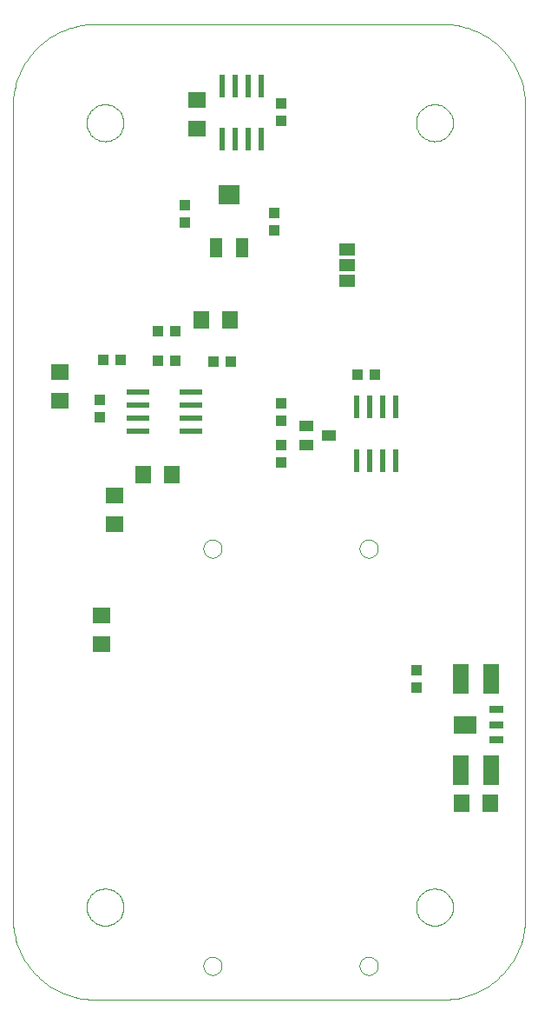
<source format=gtp>
G75*
%MOIN*%
%OFA0B0*%
%FSLAX24Y24*%
%IPPOS*%
%LPD*%
%AMOC8*
5,1,8,0,0,1.08239X$1,22.5*
%
%ADD10C,0.0000*%
%ADD11R,0.0870X0.0240*%
%ADD12R,0.0394X0.0433*%
%ADD13R,0.0433X0.0394*%
%ADD14R,0.0551X0.0394*%
%ADD15R,0.0240X0.0870*%
%ADD16R,0.0551X0.0315*%
%ADD17R,0.0866X0.0709*%
%ADD18R,0.0630X0.0709*%
%ADD19R,0.0591X0.1142*%
%ADD20R,0.0709X0.0630*%
%ADD21R,0.0236X0.0866*%
%ADD22R,0.0512X0.0748*%
%ADD23R,0.0787X0.0748*%
%ADD24R,0.0630X0.0460*%
D10*
X001927Y006076D02*
X001927Y037179D01*
X001926Y037179D02*
X001928Y037289D01*
X001934Y037399D01*
X001943Y037508D01*
X001957Y037617D01*
X001974Y037726D01*
X001995Y037834D01*
X002020Y037941D01*
X002048Y038047D01*
X002080Y038152D01*
X002116Y038256D01*
X002155Y038359D01*
X002198Y038460D01*
X002245Y038560D01*
X002295Y038658D01*
X002348Y038754D01*
X002405Y038848D01*
X002465Y038940D01*
X002528Y039031D01*
X002594Y039118D01*
X002663Y039204D01*
X002735Y039287D01*
X002810Y039367D01*
X002888Y039445D01*
X002968Y039520D01*
X003051Y039592D01*
X003137Y039661D01*
X003224Y039727D01*
X003315Y039790D01*
X003407Y039850D01*
X003501Y039907D01*
X003597Y039960D01*
X003695Y040010D01*
X003795Y040057D01*
X003896Y040100D01*
X003999Y040139D01*
X004103Y040175D01*
X004208Y040207D01*
X004314Y040235D01*
X004421Y040260D01*
X004529Y040281D01*
X004638Y040298D01*
X004747Y040312D01*
X004856Y040321D01*
X004966Y040327D01*
X005076Y040329D01*
X005076Y040328D02*
X018462Y040328D01*
X018462Y040329D02*
X018572Y040327D01*
X018682Y040321D01*
X018791Y040312D01*
X018900Y040298D01*
X019009Y040281D01*
X019117Y040260D01*
X019224Y040235D01*
X019330Y040207D01*
X019435Y040175D01*
X019539Y040139D01*
X019642Y040100D01*
X019743Y040057D01*
X019843Y040010D01*
X019941Y039960D01*
X020037Y039907D01*
X020131Y039850D01*
X020223Y039790D01*
X020314Y039727D01*
X020401Y039661D01*
X020487Y039592D01*
X020570Y039520D01*
X020650Y039445D01*
X020728Y039367D01*
X020803Y039287D01*
X020875Y039204D01*
X020944Y039118D01*
X021010Y039031D01*
X021073Y038940D01*
X021133Y038848D01*
X021190Y038754D01*
X021243Y038658D01*
X021293Y038560D01*
X021340Y038460D01*
X021383Y038359D01*
X021422Y038256D01*
X021458Y038152D01*
X021490Y038047D01*
X021518Y037941D01*
X021543Y037834D01*
X021564Y037726D01*
X021581Y037617D01*
X021595Y037508D01*
X021604Y037399D01*
X021610Y037289D01*
X021612Y037179D01*
X021612Y006076D01*
X021610Y005966D01*
X021604Y005856D01*
X021595Y005747D01*
X021581Y005638D01*
X021564Y005529D01*
X021543Y005421D01*
X021518Y005314D01*
X021490Y005208D01*
X021458Y005103D01*
X021422Y004999D01*
X021383Y004896D01*
X021340Y004795D01*
X021293Y004695D01*
X021243Y004597D01*
X021190Y004501D01*
X021133Y004407D01*
X021073Y004315D01*
X021010Y004224D01*
X020944Y004137D01*
X020875Y004051D01*
X020803Y003968D01*
X020728Y003888D01*
X020650Y003810D01*
X020570Y003735D01*
X020487Y003663D01*
X020401Y003594D01*
X020314Y003528D01*
X020223Y003465D01*
X020131Y003405D01*
X020037Y003348D01*
X019941Y003295D01*
X019843Y003245D01*
X019743Y003198D01*
X019642Y003155D01*
X019539Y003116D01*
X019435Y003080D01*
X019330Y003048D01*
X019224Y003020D01*
X019117Y002995D01*
X019009Y002974D01*
X018900Y002957D01*
X018791Y002943D01*
X018682Y002934D01*
X018572Y002928D01*
X018462Y002926D01*
X018462Y002927D02*
X005076Y002927D01*
X005076Y002926D02*
X004966Y002928D01*
X004856Y002934D01*
X004747Y002943D01*
X004638Y002957D01*
X004529Y002974D01*
X004421Y002995D01*
X004314Y003020D01*
X004208Y003048D01*
X004103Y003080D01*
X003999Y003116D01*
X003896Y003155D01*
X003795Y003198D01*
X003695Y003245D01*
X003597Y003295D01*
X003501Y003348D01*
X003407Y003405D01*
X003315Y003465D01*
X003224Y003528D01*
X003137Y003594D01*
X003051Y003663D01*
X002968Y003735D01*
X002888Y003810D01*
X002810Y003888D01*
X002735Y003968D01*
X002663Y004051D01*
X002594Y004137D01*
X002528Y004224D01*
X002465Y004315D01*
X002405Y004407D01*
X002348Y004501D01*
X002295Y004597D01*
X002245Y004695D01*
X002198Y004795D01*
X002155Y004896D01*
X002116Y004999D01*
X002080Y005103D01*
X002048Y005208D01*
X002020Y005314D01*
X001995Y005421D01*
X001974Y005529D01*
X001957Y005638D01*
X001943Y005747D01*
X001934Y005856D01*
X001928Y005966D01*
X001926Y006076D01*
X004761Y006470D02*
X004763Y006523D01*
X004769Y006576D01*
X004779Y006628D01*
X004792Y006679D01*
X004810Y006729D01*
X004831Y006778D01*
X004856Y006825D01*
X004884Y006869D01*
X004916Y006912D01*
X004950Y006952D01*
X004988Y006990D01*
X005028Y007024D01*
X005071Y007056D01*
X005116Y007084D01*
X005162Y007109D01*
X005211Y007130D01*
X005261Y007148D01*
X005312Y007161D01*
X005364Y007171D01*
X005417Y007177D01*
X005470Y007179D01*
X005523Y007177D01*
X005576Y007171D01*
X005628Y007161D01*
X005679Y007148D01*
X005729Y007130D01*
X005778Y007109D01*
X005825Y007084D01*
X005869Y007056D01*
X005912Y007024D01*
X005952Y006990D01*
X005990Y006952D01*
X006024Y006912D01*
X006056Y006869D01*
X006084Y006824D01*
X006109Y006778D01*
X006130Y006729D01*
X006148Y006679D01*
X006161Y006628D01*
X006171Y006576D01*
X006177Y006523D01*
X006179Y006470D01*
X006177Y006417D01*
X006171Y006364D01*
X006161Y006312D01*
X006148Y006261D01*
X006130Y006211D01*
X006109Y006162D01*
X006084Y006115D01*
X006056Y006071D01*
X006024Y006028D01*
X005990Y005988D01*
X005952Y005950D01*
X005912Y005916D01*
X005869Y005884D01*
X005824Y005856D01*
X005778Y005831D01*
X005729Y005810D01*
X005679Y005792D01*
X005628Y005779D01*
X005576Y005769D01*
X005523Y005763D01*
X005470Y005761D01*
X005417Y005763D01*
X005364Y005769D01*
X005312Y005779D01*
X005261Y005792D01*
X005211Y005810D01*
X005162Y005831D01*
X005115Y005856D01*
X005071Y005884D01*
X005028Y005916D01*
X004988Y005950D01*
X004950Y005988D01*
X004916Y006028D01*
X004884Y006071D01*
X004856Y006116D01*
X004831Y006162D01*
X004810Y006211D01*
X004792Y006261D01*
X004779Y006312D01*
X004769Y006364D01*
X004763Y006417D01*
X004761Y006470D01*
X009245Y004220D02*
X009247Y004257D01*
X009253Y004294D01*
X009263Y004330D01*
X009276Y004365D01*
X009293Y004398D01*
X009314Y004429D01*
X009338Y004457D01*
X009365Y004483D01*
X009394Y004506D01*
X009425Y004526D01*
X009459Y004542D01*
X009494Y004555D01*
X009530Y004564D01*
X009567Y004569D01*
X009604Y004570D01*
X009641Y004567D01*
X009678Y004560D01*
X009714Y004549D01*
X009748Y004535D01*
X009781Y004517D01*
X009811Y004495D01*
X009839Y004471D01*
X009864Y004443D01*
X009887Y004413D01*
X009906Y004381D01*
X009921Y004347D01*
X009933Y004312D01*
X009941Y004276D01*
X009945Y004239D01*
X009945Y004201D01*
X009941Y004164D01*
X009933Y004128D01*
X009921Y004093D01*
X009906Y004059D01*
X009887Y004027D01*
X009864Y003997D01*
X009839Y003969D01*
X009811Y003945D01*
X009781Y003923D01*
X009748Y003905D01*
X009714Y003891D01*
X009678Y003880D01*
X009641Y003873D01*
X009604Y003870D01*
X009567Y003871D01*
X009530Y003876D01*
X009494Y003885D01*
X009459Y003898D01*
X009425Y003914D01*
X009394Y003934D01*
X009365Y003957D01*
X009338Y003983D01*
X009314Y004011D01*
X009293Y004042D01*
X009276Y004075D01*
X009263Y004110D01*
X009253Y004146D01*
X009247Y004183D01*
X009245Y004220D01*
X015245Y004220D02*
X015247Y004257D01*
X015253Y004294D01*
X015263Y004330D01*
X015276Y004365D01*
X015293Y004398D01*
X015314Y004429D01*
X015338Y004457D01*
X015365Y004483D01*
X015394Y004506D01*
X015425Y004526D01*
X015459Y004542D01*
X015494Y004555D01*
X015530Y004564D01*
X015567Y004569D01*
X015604Y004570D01*
X015641Y004567D01*
X015678Y004560D01*
X015714Y004549D01*
X015748Y004535D01*
X015781Y004517D01*
X015811Y004495D01*
X015839Y004471D01*
X015864Y004443D01*
X015887Y004413D01*
X015906Y004381D01*
X015921Y004347D01*
X015933Y004312D01*
X015941Y004276D01*
X015945Y004239D01*
X015945Y004201D01*
X015941Y004164D01*
X015933Y004128D01*
X015921Y004093D01*
X015906Y004059D01*
X015887Y004027D01*
X015864Y003997D01*
X015839Y003969D01*
X015811Y003945D01*
X015781Y003923D01*
X015748Y003905D01*
X015714Y003891D01*
X015678Y003880D01*
X015641Y003873D01*
X015604Y003870D01*
X015567Y003871D01*
X015530Y003876D01*
X015494Y003885D01*
X015459Y003898D01*
X015425Y003914D01*
X015394Y003934D01*
X015365Y003957D01*
X015338Y003983D01*
X015314Y004011D01*
X015293Y004042D01*
X015276Y004075D01*
X015263Y004110D01*
X015253Y004146D01*
X015247Y004183D01*
X015245Y004220D01*
X017418Y006470D02*
X017420Y006523D01*
X017426Y006576D01*
X017436Y006628D01*
X017449Y006679D01*
X017467Y006729D01*
X017488Y006778D01*
X017513Y006825D01*
X017541Y006869D01*
X017573Y006912D01*
X017607Y006952D01*
X017645Y006990D01*
X017685Y007024D01*
X017728Y007056D01*
X017773Y007084D01*
X017819Y007109D01*
X017868Y007130D01*
X017918Y007148D01*
X017969Y007161D01*
X018021Y007171D01*
X018074Y007177D01*
X018127Y007179D01*
X018180Y007177D01*
X018233Y007171D01*
X018285Y007161D01*
X018336Y007148D01*
X018386Y007130D01*
X018435Y007109D01*
X018482Y007084D01*
X018526Y007056D01*
X018569Y007024D01*
X018609Y006990D01*
X018647Y006952D01*
X018681Y006912D01*
X018713Y006869D01*
X018741Y006824D01*
X018766Y006778D01*
X018787Y006729D01*
X018805Y006679D01*
X018818Y006628D01*
X018828Y006576D01*
X018834Y006523D01*
X018836Y006470D01*
X018834Y006417D01*
X018828Y006364D01*
X018818Y006312D01*
X018805Y006261D01*
X018787Y006211D01*
X018766Y006162D01*
X018741Y006115D01*
X018713Y006071D01*
X018681Y006028D01*
X018647Y005988D01*
X018609Y005950D01*
X018569Y005916D01*
X018526Y005884D01*
X018481Y005856D01*
X018435Y005831D01*
X018386Y005810D01*
X018336Y005792D01*
X018285Y005779D01*
X018233Y005769D01*
X018180Y005763D01*
X018127Y005761D01*
X018074Y005763D01*
X018021Y005769D01*
X017969Y005779D01*
X017918Y005792D01*
X017868Y005810D01*
X017819Y005831D01*
X017772Y005856D01*
X017728Y005884D01*
X017685Y005916D01*
X017645Y005950D01*
X017607Y005988D01*
X017573Y006028D01*
X017541Y006071D01*
X017513Y006116D01*
X017488Y006162D01*
X017467Y006211D01*
X017449Y006261D01*
X017436Y006312D01*
X017426Y006364D01*
X017420Y006417D01*
X017418Y006470D01*
X015245Y020220D02*
X015247Y020257D01*
X015253Y020294D01*
X015263Y020330D01*
X015276Y020365D01*
X015293Y020398D01*
X015314Y020429D01*
X015338Y020457D01*
X015365Y020483D01*
X015394Y020506D01*
X015425Y020526D01*
X015459Y020542D01*
X015494Y020555D01*
X015530Y020564D01*
X015567Y020569D01*
X015604Y020570D01*
X015641Y020567D01*
X015678Y020560D01*
X015714Y020549D01*
X015748Y020535D01*
X015781Y020517D01*
X015811Y020495D01*
X015839Y020471D01*
X015864Y020443D01*
X015887Y020413D01*
X015906Y020381D01*
X015921Y020347D01*
X015933Y020312D01*
X015941Y020276D01*
X015945Y020239D01*
X015945Y020201D01*
X015941Y020164D01*
X015933Y020128D01*
X015921Y020093D01*
X015906Y020059D01*
X015887Y020027D01*
X015864Y019997D01*
X015839Y019969D01*
X015811Y019945D01*
X015781Y019923D01*
X015748Y019905D01*
X015714Y019891D01*
X015678Y019880D01*
X015641Y019873D01*
X015604Y019870D01*
X015567Y019871D01*
X015530Y019876D01*
X015494Y019885D01*
X015459Y019898D01*
X015425Y019914D01*
X015394Y019934D01*
X015365Y019957D01*
X015338Y019983D01*
X015314Y020011D01*
X015293Y020042D01*
X015276Y020075D01*
X015263Y020110D01*
X015253Y020146D01*
X015247Y020183D01*
X015245Y020220D01*
X009245Y020220D02*
X009247Y020257D01*
X009253Y020294D01*
X009263Y020330D01*
X009276Y020365D01*
X009293Y020398D01*
X009314Y020429D01*
X009338Y020457D01*
X009365Y020483D01*
X009394Y020506D01*
X009425Y020526D01*
X009459Y020542D01*
X009494Y020555D01*
X009530Y020564D01*
X009567Y020569D01*
X009604Y020570D01*
X009641Y020567D01*
X009678Y020560D01*
X009714Y020549D01*
X009748Y020535D01*
X009781Y020517D01*
X009811Y020495D01*
X009839Y020471D01*
X009864Y020443D01*
X009887Y020413D01*
X009906Y020381D01*
X009921Y020347D01*
X009933Y020312D01*
X009941Y020276D01*
X009945Y020239D01*
X009945Y020201D01*
X009941Y020164D01*
X009933Y020128D01*
X009921Y020093D01*
X009906Y020059D01*
X009887Y020027D01*
X009864Y019997D01*
X009839Y019969D01*
X009811Y019945D01*
X009781Y019923D01*
X009748Y019905D01*
X009714Y019891D01*
X009678Y019880D01*
X009641Y019873D01*
X009604Y019870D01*
X009567Y019871D01*
X009530Y019876D01*
X009494Y019885D01*
X009459Y019898D01*
X009425Y019914D01*
X009394Y019934D01*
X009365Y019957D01*
X009338Y019983D01*
X009314Y020011D01*
X009293Y020042D01*
X009276Y020075D01*
X009263Y020110D01*
X009253Y020146D01*
X009247Y020183D01*
X009245Y020220D01*
X004761Y036549D02*
X004763Y036602D01*
X004769Y036655D01*
X004779Y036707D01*
X004792Y036758D01*
X004810Y036808D01*
X004831Y036857D01*
X004856Y036904D01*
X004884Y036948D01*
X004916Y036991D01*
X004950Y037031D01*
X004988Y037069D01*
X005028Y037103D01*
X005071Y037135D01*
X005116Y037163D01*
X005162Y037188D01*
X005211Y037209D01*
X005261Y037227D01*
X005312Y037240D01*
X005364Y037250D01*
X005417Y037256D01*
X005470Y037258D01*
X005523Y037256D01*
X005576Y037250D01*
X005628Y037240D01*
X005679Y037227D01*
X005729Y037209D01*
X005778Y037188D01*
X005825Y037163D01*
X005869Y037135D01*
X005912Y037103D01*
X005952Y037069D01*
X005990Y037031D01*
X006024Y036991D01*
X006056Y036948D01*
X006084Y036903D01*
X006109Y036857D01*
X006130Y036808D01*
X006148Y036758D01*
X006161Y036707D01*
X006171Y036655D01*
X006177Y036602D01*
X006179Y036549D01*
X006177Y036496D01*
X006171Y036443D01*
X006161Y036391D01*
X006148Y036340D01*
X006130Y036290D01*
X006109Y036241D01*
X006084Y036194D01*
X006056Y036150D01*
X006024Y036107D01*
X005990Y036067D01*
X005952Y036029D01*
X005912Y035995D01*
X005869Y035963D01*
X005824Y035935D01*
X005778Y035910D01*
X005729Y035889D01*
X005679Y035871D01*
X005628Y035858D01*
X005576Y035848D01*
X005523Y035842D01*
X005470Y035840D01*
X005417Y035842D01*
X005364Y035848D01*
X005312Y035858D01*
X005261Y035871D01*
X005211Y035889D01*
X005162Y035910D01*
X005115Y035935D01*
X005071Y035963D01*
X005028Y035995D01*
X004988Y036029D01*
X004950Y036067D01*
X004916Y036107D01*
X004884Y036150D01*
X004856Y036195D01*
X004831Y036241D01*
X004810Y036290D01*
X004792Y036340D01*
X004779Y036391D01*
X004769Y036443D01*
X004763Y036496D01*
X004761Y036549D01*
X017418Y036549D02*
X017420Y036602D01*
X017426Y036655D01*
X017436Y036707D01*
X017449Y036758D01*
X017467Y036808D01*
X017488Y036857D01*
X017513Y036904D01*
X017541Y036948D01*
X017573Y036991D01*
X017607Y037031D01*
X017645Y037069D01*
X017685Y037103D01*
X017728Y037135D01*
X017773Y037163D01*
X017819Y037188D01*
X017868Y037209D01*
X017918Y037227D01*
X017969Y037240D01*
X018021Y037250D01*
X018074Y037256D01*
X018127Y037258D01*
X018180Y037256D01*
X018233Y037250D01*
X018285Y037240D01*
X018336Y037227D01*
X018386Y037209D01*
X018435Y037188D01*
X018482Y037163D01*
X018526Y037135D01*
X018569Y037103D01*
X018609Y037069D01*
X018647Y037031D01*
X018681Y036991D01*
X018713Y036948D01*
X018741Y036903D01*
X018766Y036857D01*
X018787Y036808D01*
X018805Y036758D01*
X018818Y036707D01*
X018828Y036655D01*
X018834Y036602D01*
X018836Y036549D01*
X018834Y036496D01*
X018828Y036443D01*
X018818Y036391D01*
X018805Y036340D01*
X018787Y036290D01*
X018766Y036241D01*
X018741Y036194D01*
X018713Y036150D01*
X018681Y036107D01*
X018647Y036067D01*
X018609Y036029D01*
X018569Y035995D01*
X018526Y035963D01*
X018481Y035935D01*
X018435Y035910D01*
X018386Y035889D01*
X018336Y035871D01*
X018285Y035858D01*
X018233Y035848D01*
X018180Y035842D01*
X018127Y035840D01*
X018074Y035842D01*
X018021Y035848D01*
X017969Y035858D01*
X017918Y035871D01*
X017868Y035889D01*
X017819Y035910D01*
X017772Y035935D01*
X017728Y035963D01*
X017685Y035995D01*
X017645Y036029D01*
X017607Y036067D01*
X017573Y036107D01*
X017541Y036150D01*
X017513Y036195D01*
X017488Y036241D01*
X017467Y036290D01*
X017449Y036340D01*
X017436Y036391D01*
X017426Y036443D01*
X017420Y036496D01*
X017418Y036549D01*
D11*
X008781Y026222D03*
X008781Y025722D03*
X008781Y025222D03*
X008781Y024722D03*
X006721Y024722D03*
X006721Y025222D03*
X006721Y025722D03*
X006721Y026222D03*
D12*
X006055Y027470D03*
X005385Y027470D03*
X007512Y027439D03*
X007512Y028564D03*
X008182Y028564D03*
X008182Y027439D03*
X009633Y027376D03*
X010303Y027376D03*
X015168Y026885D03*
X015837Y026885D03*
D13*
X012220Y025805D03*
X012220Y025135D03*
X012220Y024180D03*
X012220Y023510D03*
X011968Y032417D03*
X011968Y033086D03*
X012220Y036635D03*
X012220Y037305D03*
X008531Y033398D03*
X008531Y032729D03*
X005251Y025932D03*
X005251Y025262D03*
X017436Y015555D03*
X017436Y014885D03*
D14*
X013202Y024189D03*
X013202Y024937D03*
X014068Y024563D03*
D15*
X015127Y023605D03*
X015627Y023605D03*
X016127Y023605D03*
X016627Y023605D03*
X016627Y025665D03*
X016127Y025665D03*
X015627Y025665D03*
X015127Y025665D03*
D16*
X020500Y014061D03*
X020500Y013470D03*
X020500Y012879D03*
D17*
X019287Y013470D03*
D18*
X019169Y010470D03*
X020271Y010470D03*
X010269Y029001D03*
X009167Y029001D03*
X008023Y023064D03*
X006921Y023064D03*
D19*
X019129Y015220D03*
X020311Y015220D03*
X020311Y011720D03*
X019129Y011720D03*
D20*
X005845Y021169D03*
X005845Y022271D03*
X003722Y025887D03*
X003722Y026990D03*
X008988Y036309D03*
X008988Y037411D03*
X005345Y017646D03*
X005345Y016544D03*
D21*
X009972Y035915D03*
X010472Y035915D03*
X010972Y035915D03*
X011472Y035915D03*
X011472Y037962D03*
X010972Y037962D03*
X010472Y037962D03*
X009972Y037962D03*
D22*
X009736Y031770D03*
X010736Y031770D03*
D23*
X010236Y033778D03*
D24*
X014780Y031698D03*
X014780Y031098D03*
X014780Y030498D03*
M02*

</source>
